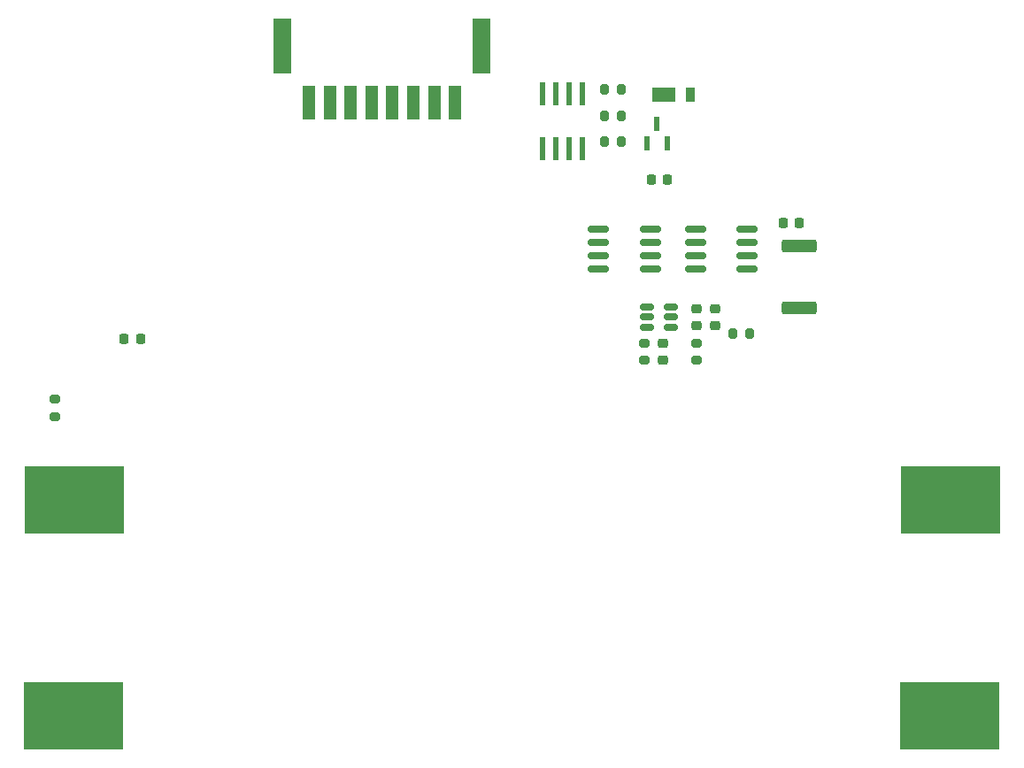
<source format=gtp>
%TF.GenerationSoftware,KiCad,Pcbnew,9.0.1*%
%TF.CreationDate,2025-04-05T20:20:36-07:00*%
%TF.ProjectId,batteryboard,62617474-6572-4796-926f-6172642e6b69,2.3*%
%TF.SameCoordinates,Original*%
%TF.FileFunction,Paste,Top*%
%TF.FilePolarity,Positive*%
%FSLAX45Y45*%
G04 Gerber Fmt 4.5, Leading zero omitted, Abs format (unit mm)*
G04 Created by KiCad (PCBNEW 9.0.1) date 2025-04-05 20:20:36*
%MOMM*%
%LPD*%
G01*
G04 APERTURE LIST*
G04 Aperture macros list*
%AMRoundRect*
0 Rectangle with rounded corners*
0 $1 Rounding radius*
0 $2 $3 $4 $5 $6 $7 $8 $9 X,Y pos of 4 corners*
0 Add a 4 corners polygon primitive as box body*
4,1,4,$2,$3,$4,$5,$6,$7,$8,$9,$2,$3,0*
0 Add four circle primitives for the rounded corners*
1,1,$1+$1,$2,$3*
1,1,$1+$1,$4,$5*
1,1,$1+$1,$6,$7*
1,1,$1+$1,$8,$9*
0 Add four rect primitives between the rounded corners*
20,1,$1+$1,$2,$3,$4,$5,0*
20,1,$1+$1,$4,$5,$6,$7,0*
20,1,$1+$1,$6,$7,$8,$9,0*
20,1,$1+$1,$8,$9,$2,$3,0*%
G04 Aperture macros list end*
%ADD10R,9.467600X6.477000*%
%ADD11RoundRect,0.150000X-0.512500X-0.150000X0.512500X-0.150000X0.512500X0.150000X-0.512500X0.150000X0*%
%ADD12RoundRect,0.225000X-0.250000X0.225000X-0.250000X-0.225000X0.250000X-0.225000X0.250000X0.225000X0*%
%ADD13RoundRect,0.225000X0.225000X0.250000X-0.225000X0.250000X-0.225000X-0.250000X0.225000X-0.250000X0*%
%ADD14RoundRect,0.200000X0.200000X0.275000X-0.200000X0.275000X-0.200000X-0.275000X0.200000X-0.275000X0*%
%ADD15RoundRect,0.200000X0.275000X-0.200000X0.275000X0.200000X-0.275000X0.200000X-0.275000X-0.200000X0*%
%ADD16RoundRect,0.150000X-0.825000X-0.150000X0.825000X-0.150000X0.825000X0.150000X-0.825000X0.150000X0*%
%ADD17RoundRect,0.150000X0.825000X0.150000X-0.825000X0.150000X-0.825000X-0.150000X0.825000X-0.150000X0*%
%ADD18RoundRect,0.200000X-0.275000X0.200000X-0.275000X-0.200000X0.275000X-0.200000X0.275000X0.200000X0*%
%ADD19RoundRect,0.250000X1.425000X-0.362500X1.425000X0.362500X-1.425000X0.362500X-1.425000X-0.362500X0*%
%ADD20RoundRect,0.200000X-0.200000X-0.275000X0.200000X-0.275000X0.200000X0.275000X-0.200000X0.275000X0*%
%ADD21R,0.900000X1.400000*%
%ADD22R,2.200000X1.400000*%
%ADD23R,0.558800X1.320800*%
%ADD24RoundRect,0.225000X-0.225000X-0.250000X0.225000X-0.250000X0.225000X0.250000X-0.225000X0.250000X0*%
%ADD25R,1.244600X3.251200*%
%ADD26R,1.752600X5.359400*%
%ADD27R,0.609600X2.209800*%
G04 APERTURE END LIST*
D10*
%TO.C,J5*%
X14302740Y-12984480D03*
X5920740Y-12984480D03*
%TD*%
D11*
%TO.C,U1*%
X11405150Y-9074400D03*
X11405150Y-9169400D03*
X11405150Y-9264400D03*
X11632650Y-9264400D03*
X11632650Y-9169400D03*
X11632650Y-9074400D03*
%TD*%
D10*
%TO.C,J6*%
X5923280Y-10919460D03*
X14305280Y-10919460D03*
%TD*%
D12*
%TO.C,C1*%
X12052300Y-9091900D03*
X12052300Y-9246900D03*
%TD*%
%TO.C,C2*%
X11874500Y-9091900D03*
X11874500Y-9246900D03*
%TD*%
%TO.C,C4*%
X11557000Y-9422100D03*
X11557000Y-9577100D03*
%TD*%
D13*
%TO.C,C3*%
X12860050Y-8267700D03*
X12705050Y-8267700D03*
%TD*%
D14*
%TO.C,R1*%
X12388800Y-9328150D03*
X12223800Y-9328150D03*
%TD*%
D15*
%TO.C,R2*%
X11874500Y-9582100D03*
X11874500Y-9417100D03*
%TD*%
D16*
%TO.C,Q2*%
X10941200Y-8331200D03*
X10941200Y-8458200D03*
X10941200Y-8585200D03*
X10941200Y-8712200D03*
X11436200Y-8712200D03*
X11436200Y-8585200D03*
X11436200Y-8458200D03*
X11436200Y-8331200D03*
%TD*%
D17*
%TO.C,Q1*%
X12363300Y-8712200D03*
X12363300Y-8585200D03*
X12363300Y-8458200D03*
X12363300Y-8331200D03*
X11868300Y-8331200D03*
X11868300Y-8458200D03*
X11868300Y-8585200D03*
X11868300Y-8712200D03*
%TD*%
D18*
%TO.C,R4*%
X11379200Y-9417100D03*
X11379200Y-9582100D03*
%TD*%
D19*
%TO.C,R3*%
X12858750Y-9078300D03*
X12858750Y-8485800D03*
%TD*%
D15*
%TO.C,R5*%
X5739470Y-10120390D03*
X5739470Y-9955390D03*
%TD*%
D20*
%TO.C,R6*%
X10996030Y-6989990D03*
X11161030Y-6989990D03*
%TD*%
D21*
%TO.C,D1*%
X11819470Y-7037890D03*
D22*
X11564470Y-7037890D03*
%TD*%
D14*
%TO.C,R7*%
X11161030Y-7240990D03*
X10996030Y-7240990D03*
%TD*%
D23*
%TO.C,Q4*%
X11403960Y-7503490D03*
X11594460Y-7503490D03*
X11499210Y-7315530D03*
%TD*%
D24*
%TO.C,C6*%
X6401670Y-9376990D03*
X6556670Y-9376990D03*
%TD*%
D25*
%TO.C,J7*%
X8168030Y-7118590D03*
X8368030Y-7118590D03*
X8568030Y-7118590D03*
X8768030Y-7118590D03*
X8968030Y-7118590D03*
X9168030Y-7118590D03*
X9368030Y-7118590D03*
X9568030Y-7118590D03*
D26*
X9823030Y-6576090D03*
X7913030Y-6576090D03*
%TD*%
D27*
%TO.C,Q3*%
X10403470Y-7555810D03*
X10530470Y-7555810D03*
X10657470Y-7555810D03*
X10784470Y-7555810D03*
X10784470Y-7032570D03*
X10657470Y-7032570D03*
X10530470Y-7032570D03*
X10403470Y-7032570D03*
%TD*%
D24*
%TO.C,C5*%
X11443570Y-7852990D03*
X11598570Y-7852990D03*
%TD*%
D20*
%TO.C,R8*%
X10996030Y-7491990D03*
X11161030Y-7491990D03*
%TD*%
M02*

</source>
